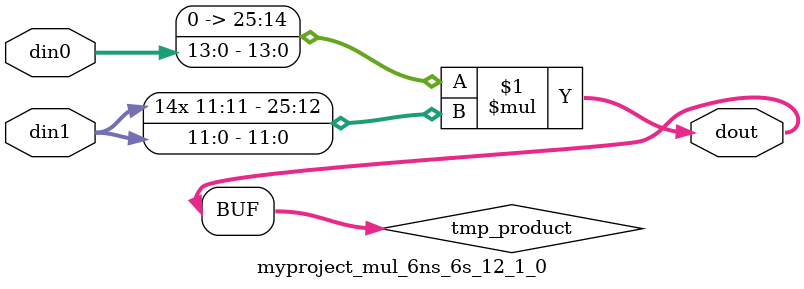
<source format=v>

`timescale 1 ns / 1 ps

  module myproject_mul_6ns_6s_12_1_0(din0, din1, dout);
parameter ID = 1;
parameter NUM_STAGE = 0;
parameter din0_WIDTH = 14;
parameter din1_WIDTH = 12;
parameter dout_WIDTH = 26;

input [din0_WIDTH - 1 : 0] din0; 
input [din1_WIDTH - 1 : 0] din1; 
output [dout_WIDTH - 1 : 0] dout;

wire signed [dout_WIDTH - 1 : 0] tmp_product;











assign tmp_product = $signed({1'b0, din0}) * $signed(din1);










assign dout = tmp_product;







endmodule

</source>
